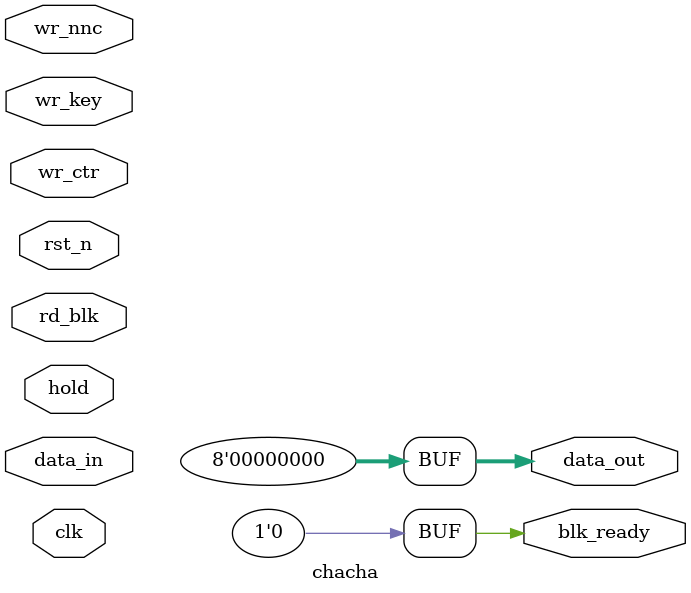
<source format=v>
/*
 * Copyright (c) 2024 Andrew Dona-Couch
 * SPDX-License-Identifier: Apache-2.0
 */

`define default_netname none

module chacha (
    input  wire       clk,      // clock
    input  wire       rst_n,    // reset_n - low to reset
    input  wire       wr_key,   // Set high to start writing key material
    input  wire       wr_nnc,   // Set high to start writing nonce value
    input  wire       wr_ctr,   // Set high to start writing counter value
    input  wire       hold,     // Set high to pause calculation
    output wire       blk_ready,// Goes high when the next block is available
    input  wire       rd_blk,   // Set high to start reading block data
    input  wire [7:0] data_in,  // Key, nonce, and counter input bus
    output wire [7:0] data_out  // Block data output bus
);

  assign blk_ready = 0;
  assign data_out = 0;

endmodule

</source>
